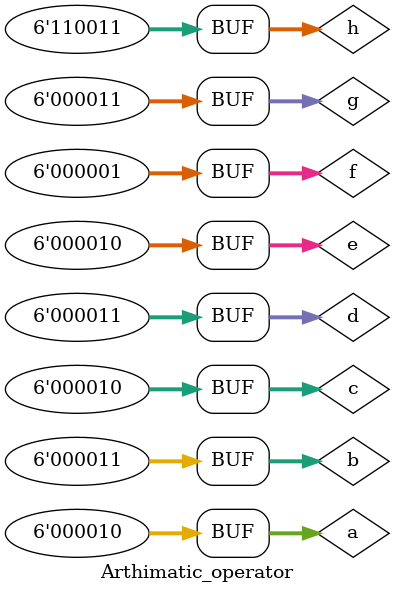
<source format=sv>
module Arthimatic_operator();
  
  
  reg signed [5:0] a,b,c,d,e,f,g,h;

  
  initial 
    begin 

      
        a=2'b10;
  #1    b=2'b11;
  #1    c=2'b10;
  #1    d=2'b11;
  #1    e=2'b10;
  #1    f=2'b01;
  #1    g=2'b11;
  
      
  #2   h=(a+b-c*d**e);
      
      
      $monitor("a=%d,b=%d,c=%d,d=%d,e=%d,f=%d,g=%d,h=%d",a,b,c,d,e,f,g,h,$time);
      
    end 
  
  initial 
    begin 
      
      $dumpfile("dump.vcd");
      $dumpvars();
      
    end 
  
 
  
endmodule

</source>
